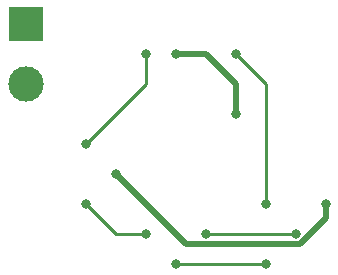
<source format=gbr>
%TF.GenerationSoftware,KiCad,Pcbnew,(6.0.10)*%
%TF.CreationDate,2023-02-17T10:00:27-08:00*%
%TF.ProjectId,exercise2,65786572-6369-4736-9532-2e6b69636164,rev?*%
%TF.SameCoordinates,Original*%
%TF.FileFunction,Copper,L2,Bot*%
%TF.FilePolarity,Positive*%
%FSLAX46Y46*%
G04 Gerber Fmt 4.6, Leading zero omitted, Abs format (unit mm)*
G04 Created by KiCad (PCBNEW (6.0.10)) date 2023-02-17 10:00:27*
%MOMM*%
%LPD*%
G01*
G04 APERTURE LIST*
%TA.AperFunction,ComponentPad*%
%ADD10C,3.000000*%
%TD*%
%TA.AperFunction,ComponentPad*%
%ADD11R,3.000000X3.000000*%
%TD*%
%TA.AperFunction,ViaPad*%
%ADD12C,0.800000*%
%TD*%
%TA.AperFunction,Conductor*%
%ADD13C,0.508000*%
%TD*%
%TA.AperFunction,Conductor*%
%ADD14C,0.254000*%
%TD*%
G04 APERTURE END LIST*
D10*
%TO.P,J1,2,Pin_2*%
%TO.N,GND*%
X121920000Y-71120000D03*
D11*
%TO.P,J1,1,Pin_1*%
%TO.N,+9V*%
X121920000Y-66040000D03*
%TD*%
D12*
%TO.N,+9V*%
X134620000Y-68580000D03*
X139700000Y-73660000D03*
%TO.N,GND*%
X147320000Y-81280000D03*
X129540000Y-78740000D03*
%TO.N,/pin_3*%
X137160000Y-83820000D03*
%TO.N,/pin_2*%
X134620000Y-86360000D03*
X142240000Y-81280000D03*
X139700000Y-68580000D03*
X142240000Y-86360000D03*
X132080000Y-83820000D03*
X127000000Y-81280000D03*
%TO.N,/pin_7*%
X132080000Y-68580000D03*
X127000000Y-76200000D03*
%TO.N,/pin_3*%
X144780000Y-83820000D03*
%TD*%
D13*
%TO.N,+9V*%
X137160000Y-68580000D02*
X139700000Y-71120000D01*
X134620000Y-68580000D02*
X137160000Y-68580000D01*
X139700000Y-71120000D02*
X139700000Y-73660000D01*
%TO.N,GND*%
X147320000Y-82487739D02*
X147320000Y-81280000D01*
X145133739Y-84674000D02*
X147320000Y-82487739D01*
X135474000Y-84674000D02*
X145133739Y-84674000D01*
X129540000Y-78740000D02*
X135474000Y-84674000D01*
D14*
%TO.N,/pin_3*%
X144780000Y-83820000D02*
X137160000Y-83820000D01*
%TO.N,/pin_2*%
X142240000Y-86360000D02*
X134620000Y-86360000D01*
X139700000Y-68580000D02*
X142240000Y-71120000D01*
X142240000Y-71120000D02*
X142240000Y-81280000D01*
X129540000Y-83820000D02*
X132080000Y-83820000D01*
X127000000Y-81280000D02*
X129540000Y-83820000D01*
%TO.N,/pin_7*%
X127000000Y-76200000D02*
X132080000Y-71120000D01*
X132080000Y-71120000D02*
X132080000Y-68580000D01*
%TD*%
M02*

</source>
